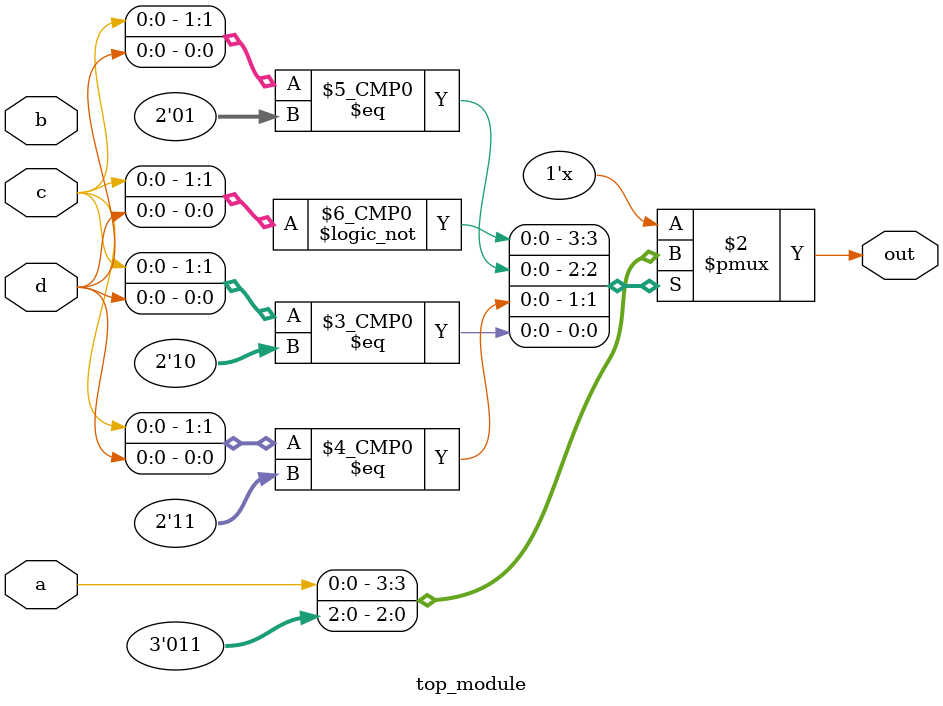
<source format=sv>
module top_module (
    input a,
    input b,
    input c,
    input d,
    output reg out
);

always @(*) begin
    case ({c, d})
        2'b00: out = a;
        2'b01: out = 0;
        2'b11: out = 1;
        2'b10: out = 1;
        default: out = 1;
    endcase
end

endmodule

</source>
